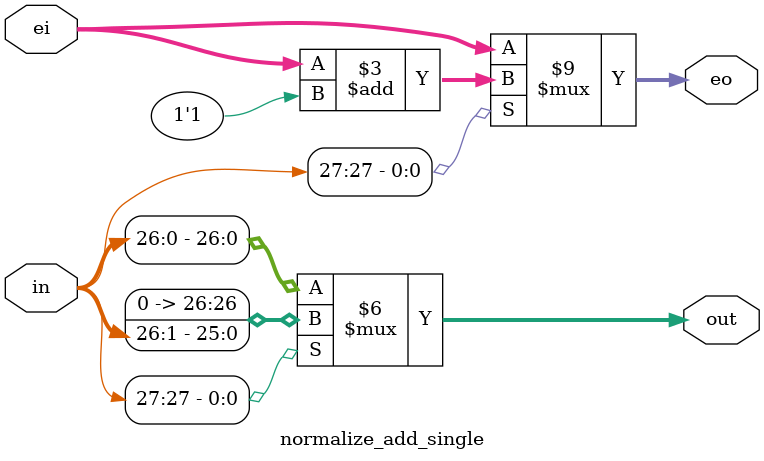
<source format=v>
module normalize_add_single(
input [27:0]in,
input [7:0] ei,
//input clk,
output reg [26:0]out,
output reg[7:0]eo
);

always @(*) 
begin
if (in[27]==1)	begin
	eo <= ei + 1'b1;
	out <= in[26:0] >> 1;
					end    
else begin
	eo <= ei;
	out <= in[26:0];
	  end
end

endmodule



</source>
